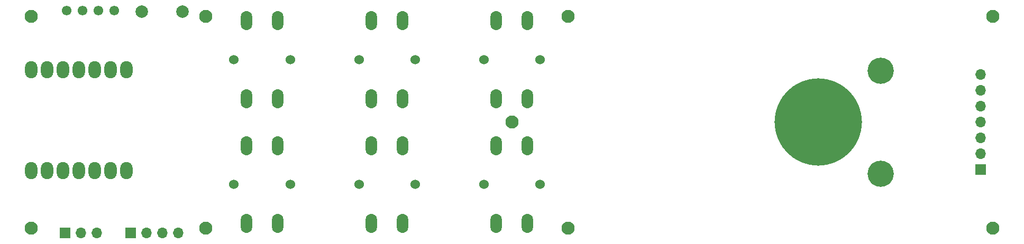
<source format=gbr>
%TF.GenerationSoftware,KiCad,Pcbnew,(6.0.1)*%
%TF.CreationDate,2023-01-09T23:16:33+09:00*%
%TF.ProjectId,yuiopPD,7975696f-7050-4442-9e6b-696361645f70,1*%
%TF.SameCoordinates,Original*%
%TF.FileFunction,Soldermask,Bot*%
%TF.FilePolarity,Negative*%
%FSLAX46Y46*%
G04 Gerber Fmt 4.6, Leading zero omitted, Abs format (unit mm)*
G04 Created by KiCad (PCBNEW (6.0.1)) date 2023-01-09 23:16:33*
%MOMM*%
%LPD*%
G01*
G04 APERTURE LIST*
%ADD10C,2.100000*%
%ADD11C,1.524000*%
%ADD12O,1.850000X3.048000*%
%ADD13R,1.700000X1.700000*%
%ADD14O,1.700000X1.700000*%
%ADD15C,1.550000*%
%ADD16O,1.998980X2.748280*%
%ADD17C,14.000000*%
%ADD18C,4.200000*%
%ADD19C,2.000000*%
G04 APERTURE END LIST*
D10*
%TO.C,H2*%
X101000000Y-83000000D03*
%TD*%
%TO.C,H7*%
X101000000Y-117000000D03*
%TD*%
D11*
%TO.C,SW5*%
X134500000Y-110000000D03*
X125500000Y-110000000D03*
D12*
X132500000Y-103750000D03*
X132500000Y-116250000D03*
X127500000Y-116250000D03*
X127500000Y-103750000D03*
%TD*%
D13*
%TO.C,J2*%
X88920000Y-117750000D03*
D14*
X91460000Y-117750000D03*
X94000000Y-117750000D03*
X96540000Y-117750000D03*
%TD*%
D11*
%TO.C,SW3*%
X145500000Y-90000000D03*
X154500000Y-90000000D03*
D12*
X152500000Y-96250000D03*
X152500000Y-83750000D03*
X147500000Y-83750000D03*
X147500000Y-96250000D03*
%TD*%
D15*
%TO.C,J4*%
X86310000Y-82100000D03*
X83770000Y-82100000D03*
X81230000Y-82100000D03*
X78690000Y-82100000D03*
%TD*%
D10*
%TO.C,H5*%
X150000000Y-100000000D03*
%TD*%
%TO.C,H4*%
X227000000Y-83000000D03*
%TD*%
D11*
%TO.C,SW4*%
X154500000Y-110000000D03*
X145500000Y-110000000D03*
D12*
X152500000Y-103750000D03*
X152500000Y-116250000D03*
X147500000Y-116250000D03*
X147500000Y-103750000D03*
%TD*%
D10*
%TO.C,H9*%
X227000000Y-117000000D03*
%TD*%
D16*
%TO.C,U1*%
X73000490Y-107781290D03*
X75540490Y-107781290D03*
X78080490Y-107781290D03*
X80620490Y-107781290D03*
X83160490Y-107781290D03*
X85700490Y-107781290D03*
X88240490Y-107781290D03*
X88240490Y-91616730D03*
X85700490Y-91616730D03*
X83160490Y-91616730D03*
X80620490Y-91616730D03*
X78080490Y-91616730D03*
X75540490Y-91616730D03*
X73000490Y-91616730D03*
%TD*%
D10*
%TO.C,H3*%
X159000000Y-83000000D03*
%TD*%
D11*
%TO.C,SW2*%
X134500000Y-90000000D03*
X125500000Y-90000000D03*
D12*
X132500000Y-83750000D03*
X132500000Y-96250000D03*
X127500000Y-96250000D03*
X127500000Y-83750000D03*
%TD*%
D10*
%TO.C,H6*%
X73000000Y-117000000D03*
%TD*%
D11*
%TO.C,SW1*%
X114500000Y-90000000D03*
X105500000Y-90000000D03*
D12*
X112500000Y-83750000D03*
X112500000Y-96250000D03*
X107500000Y-83750000D03*
X107500000Y-96250000D03*
%TD*%
D13*
%TO.C,J3*%
X78475000Y-117750000D03*
D14*
X81015000Y-117750000D03*
X83555000Y-117750000D03*
%TD*%
D17*
%TO.C,J1*%
X199000000Y-100000000D03*
D18*
X209000000Y-108250000D03*
X209000000Y-91750000D03*
D13*
X225000000Y-107620000D03*
D14*
X225000000Y-105080000D03*
X225000000Y-102540000D03*
X225000000Y-100000000D03*
X225000000Y-97460000D03*
X225000000Y-94920000D03*
X225000000Y-92380000D03*
%TD*%
D10*
%TO.C,H8*%
X159000000Y-117000000D03*
%TD*%
D19*
%TO.C,RST1*%
X90750000Y-82300000D03*
X97250000Y-82300000D03*
%TD*%
D11*
%TO.C,SW6*%
X105500000Y-110000000D03*
X114500000Y-110000000D03*
D12*
X112500000Y-116250000D03*
X112500000Y-103750000D03*
X107500000Y-103750000D03*
X107500000Y-116250000D03*
%TD*%
D10*
%TO.C,H1*%
X73000000Y-83000000D03*
%TD*%
M02*

</source>
